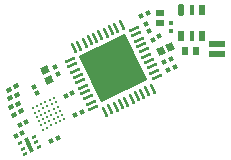
<source format=gbp>
G04*
G04 #@! TF.GenerationSoftware,Altium Limited,Altium Designer,19.0.15 (446)*
G04*
G04 Layer_Color=128*
%FSLAX42Y42*%
%MOMM*%
G71*
G01*
G75*
%ADD18R,1.47X0.60*%
G04:AMPARAMS|DCode=23|XSize=0.35mm|YSize=0.44mm|CornerRadius=0mm|HoleSize=0mm|Usage=FLASHONLY|Rotation=116.000|XOffset=0mm|YOffset=0mm|HoleType=Round|Shape=Rectangle|*
%AMROTATEDRECTD23*
4,1,4,0.27,-0.06,-0.12,-0.25,-0.27,0.06,0.12,0.25,0.27,-0.06,0.0*
%
%ADD23ROTATEDRECTD23*%

G04:AMPARAMS|DCode=24|XSize=0.64mm|YSize=0.6mm|CornerRadius=0mm|HoleSize=0mm|Usage=FLASHONLY|Rotation=116.000|XOffset=0mm|YOffset=0mm|HoleType=Round|Shape=Rectangle|*
%AMROTATEDRECTD24*
4,1,4,0.41,-0.16,-0.13,-0.42,-0.41,0.16,0.13,0.42,0.41,-0.16,0.0*
%
%ADD24ROTATEDRECTD24*%

G04:AMPARAMS|DCode=27|XSize=0.35mm|YSize=0.4mm|CornerRadius=0mm|HoleSize=0mm|Usage=FLASHONLY|Rotation=116.000|XOffset=0mm|YOffset=0mm|HoleType=Round|Shape=Rectangle|*
%AMROTATEDRECTD27*
4,1,4,0.26,-0.07,-0.10,-0.24,-0.26,0.07,0.10,0.24,0.26,-0.07,0.0*
%
%ADD27ROTATEDRECTD27*%

G04:AMPARAMS|DCode=28|XSize=0.35mm|YSize=0.4mm|CornerRadius=0mm|HoleSize=0mm|Usage=FLASHONLY|Rotation=206.000|XOffset=0mm|YOffset=0mm|HoleType=Round|Shape=Rectangle|*
%AMROTATEDRECTD28*
4,1,4,0.07,0.26,0.24,-0.10,-0.07,-0.26,-0.24,0.10,0.07,0.26,0.0*
%
%ADD28ROTATEDRECTD28*%

G04:AMPARAMS|DCode=30|XSize=0.64mm|YSize=0.6mm|CornerRadius=0mm|HoleSize=0mm|Usage=FLASHONLY|Rotation=26.000|XOffset=0mm|YOffset=0mm|HoleType=Round|Shape=Rectangle|*
%AMROTATEDRECTD30*
4,1,4,-0.16,-0.41,-0.42,0.13,0.16,0.41,0.42,-0.13,-0.16,-0.41,0.0*
%
%ADD30ROTATEDRECTD30*%

%ADD74R,0.40X0.93*%
%ADD75R,0.52X0.93*%
G04:AMPARAMS|DCode=76|XSize=0.52mm|YSize=0.93mm|CornerRadius=0mm|HoleSize=0mm|Usage=FLASHONLY|Rotation=180.000|XOffset=0mm|YOffset=0mm|HoleType=Round|Shape=Octagon|*
%AMOCTAGOND76*
4,1,8,0.13,-0.47,-0.13,-0.47,-0.26,-0.34,-0.26,0.34,-0.13,0.47,0.13,0.47,0.26,0.34,0.26,-0.34,0.13,-0.47,0.0*
%
%ADD76OCTAGOND76*%

%ADD77R,0.35X0.44*%
%ADD78R,0.60X0.64*%
%ADD79P,6.15X4X341.0*%
G04:AMPARAMS|DCode=80|XSize=0.25mm|YSize=0.9mm|CornerRadius=0mm|HoleSize=0mm|Usage=FLASHONLY|Rotation=296.000|XOffset=0mm|YOffset=0mm|HoleType=Round|Shape=Rectangle|*
%AMROTATEDRECTD80*
4,1,4,-0.46,-0.08,0.35,0.31,0.46,0.08,-0.35,-0.31,-0.46,-0.08,0.0*
%
%ADD80ROTATEDRECTD80*%

G04:AMPARAMS|DCode=81|XSize=0.25mm|YSize=0.9mm|CornerRadius=0mm|HoleSize=0mm|Usage=FLASHONLY|Rotation=206.000|XOffset=0mm|YOffset=0mm|HoleType=Round|Shape=Rectangle|*
%AMROTATEDRECTD81*
4,1,4,-0.08,0.46,0.31,-0.35,0.08,-0.46,-0.31,0.35,-0.08,0.46,0.0*
%
%ADD81ROTATEDRECTD81*%

%ADD82R,0.64X0.60*%
G04:AMPARAMS|DCode=83|XSize=0.25mm|YSize=0.35mm|CornerRadius=0mm|HoleSize=0mm|Usage=FLASHONLY|Rotation=116.000|XOffset=0mm|YOffset=0mm|HoleType=Round|Shape=Rectangle|*
%AMROTATEDRECTD83*
4,1,4,0.21,-0.04,-0.10,-0.19,-0.21,0.04,0.10,0.19,0.21,-0.04,0.0*
%
%ADD83ROTATEDRECTD83*%

G04:AMPARAMS|DCode=84|XSize=1.26mm|YSize=0.35mm|CornerRadius=0mm|HoleSize=0mm|Usage=FLASHONLY|Rotation=116.000|XOffset=0mm|YOffset=0mm|HoleType=Round|Shape=Rectangle|*
%AMROTATEDRECTD84*
4,1,4,0.43,-0.49,0.12,-0.64,-0.43,0.49,-0.12,0.64,0.43,-0.49,0.0*
%
%ADD84ROTATEDRECTD84*%

%ADD85C,0.20*%
D18*
X-71Y72D02*
D03*
Y157D02*
D03*
D23*
X-1733Y-411D02*
D03*
X-1791Y-440D02*
D03*
X-1763Y-348D02*
D03*
X-1822Y-377D02*
D03*
X-1768Y-271D02*
D03*
X-1827Y-299D02*
D03*
X-1780Y-200D02*
D03*
X-1838Y-229D02*
D03*
D24*
X-550Y96D02*
D03*
X-470Y134D02*
D03*
D27*
X-661Y423D02*
D03*
X-717Y396D02*
D03*
X-434Y-36D02*
D03*
X-490Y-64D02*
D03*
X-1479Y-666D02*
D03*
X-1423Y-638D02*
D03*
X-523Y3D02*
D03*
X-467Y30D02*
D03*
X-618Y196D02*
D03*
X-562Y224D02*
D03*
X-1220Y-417D02*
D03*
X-1275Y-444D02*
D03*
X-1778Y-622D02*
D03*
X-1722Y-595D02*
D03*
X-1690Y-502D02*
D03*
X-1746Y-529D02*
D03*
X-1299Y-255D02*
D03*
X-1354Y-282D02*
D03*
D28*
X-1447Y-38D02*
D03*
X-1420Y-93D02*
D03*
X-679Y326D02*
D03*
X-651Y270D02*
D03*
X-1599Y-258D02*
D03*
X-1626Y-202D02*
D03*
D30*
X-1495Y-144D02*
D03*
X-1534Y-65D02*
D03*
D74*
X-290Y230D02*
D03*
X-290Y450D02*
D03*
D75*
X-201Y230D02*
D03*
X-379D02*
D03*
X-201Y450D02*
D03*
D76*
X-379D02*
D03*
D77*
X-462Y338D02*
D03*
Y272D02*
D03*
D78*
X-256Y102D02*
D03*
X-344D02*
D03*
D79*
X-952Y-48D02*
D03*
D80*
X-1321Y23D02*
D03*
X-1299Y-22D02*
D03*
X-1277Y-67D02*
D03*
X-1255Y-112D02*
D03*
X-1233Y-157D02*
D03*
X-1211Y-202D02*
D03*
X-1189Y-247D02*
D03*
X-1167Y-292D02*
D03*
X-1145Y-337D02*
D03*
X-1123Y-382D02*
D03*
X-584Y-119D02*
D03*
X-606Y-74D02*
D03*
X-628Y-29D02*
D03*
X-650Y16D02*
D03*
X-672Y61D02*
D03*
X-694Y106D02*
D03*
X-716Y151D02*
D03*
X-738Y196D02*
D03*
X-759Y241D02*
D03*
X-781Y286D02*
D03*
D81*
X-1023Y-416D02*
D03*
X-978Y-394D02*
D03*
X-933Y-372D02*
D03*
X-888Y-350D02*
D03*
X-843Y-328D02*
D03*
X-798Y-307D02*
D03*
X-753Y-285D02*
D03*
X-709Y-263D02*
D03*
X-664Y-241D02*
D03*
X-619Y-219D02*
D03*
X-882Y320D02*
D03*
X-927Y298D02*
D03*
X-972Y277D02*
D03*
X-1017Y255D02*
D03*
X-1061Y233D02*
D03*
X-1106Y211D02*
D03*
X-1151Y189D02*
D03*
X-1196Y167D02*
D03*
X-1241Y145D02*
D03*
X-1286Y123D02*
D03*
D82*
X-558Y336D02*
D03*
X-558Y424D02*
D03*
D83*
X-1718Y-727D02*
D03*
X-1740Y-682D02*
D03*
X-1696Y-772D02*
D03*
X-1584Y-717D02*
D03*
X-1605Y-672D02*
D03*
X-1627Y-627D02*
D03*
D84*
X-1662Y-699D02*
D03*
D85*
X-1369Y-478D02*
D03*
X-1386Y-443D02*
D03*
X-1404Y-407D02*
D03*
X-1421Y-371D02*
D03*
X-1439Y-335D02*
D03*
X-1456Y-299D02*
D03*
X-1405Y-496D02*
D03*
X-1422Y-460D02*
D03*
X-1440Y-424D02*
D03*
X-1457Y-388D02*
D03*
X-1475Y-352D02*
D03*
X-1492Y-316D02*
D03*
X-1441Y-514D02*
D03*
X-1458Y-478D02*
D03*
X-1476Y-442D02*
D03*
X-1493Y-406D02*
D03*
X-1511Y-370D02*
D03*
X-1528Y-334D02*
D03*
X-1477Y-531D02*
D03*
X-1494Y-495D02*
D03*
X-1512Y-459D02*
D03*
X-1529Y-423D02*
D03*
X-1547Y-387D02*
D03*
X-1564Y-351D02*
D03*
X-1513Y-549D02*
D03*
X-1530Y-513D02*
D03*
X-1548Y-477D02*
D03*
X-1565Y-441D02*
D03*
X-1583Y-405D02*
D03*
X-1600Y-369D02*
D03*
X-1549Y-566D02*
D03*
X-1566Y-530D02*
D03*
X-1584Y-494D02*
D03*
X-1601Y-458D02*
D03*
X-1619Y-422D02*
D03*
X-1636Y-386D02*
D03*
M02*

</source>
